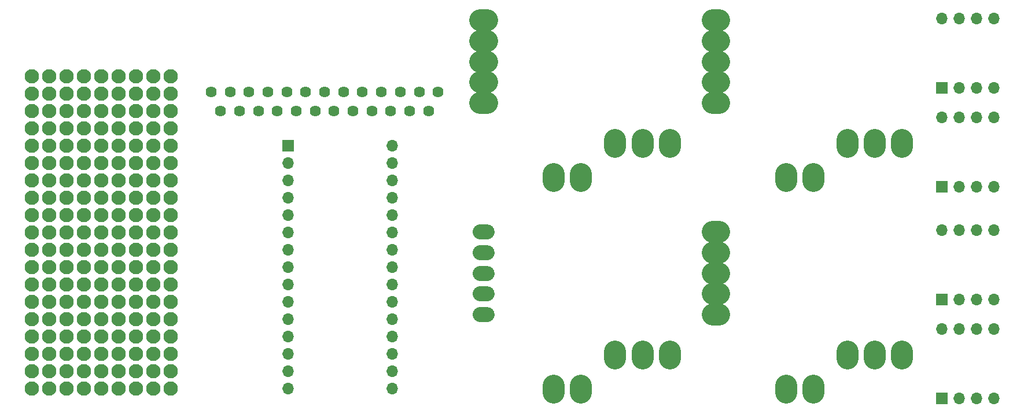
<source format=gbs>
%MOIN*%
%OFA0B0*%
%FSLAX46Y46*%
%IPPOS*%
%LPD*%
%ADD26C,0.086740000000000012*%
%ADD27C,0.12611*%
%ADD38C,0.086740000000000012*%
%ADD39C,0.12611*%
%ADD40C,0.086740000000000012*%
%ADD41C,0.12611*%
%ADD42C,0.086740000000000012*%
%ADD43C,0.12611*%
%ADD44C,0.063937007874015753*%
%ADD45O,0.066929133858267723X0.066929133858267723*%
%ADD46R,0.066929133858267723X0.066929133858267723*%
%ADD47O,0.066929133858267723X0.066929133858267723*%
%ADD48R,0.066929133858267723X0.066929133858267723*%
%ADD49O,0.066929133858267723X0.066929133858267723*%
%ADD50R,0.066929133858267723X0.066929133858267723*%
%ADD51O,0.066929133858267723X0.066929133858267723*%
%ADD52R,0.066929133858267723X0.066929133858267723*%
%ADD53O,0.066929133858267723X0.066929133858267723*%
%ADD54R,0.066929133858267723X0.066929133858267723*%
%ADD55C,0.082677165354330714*%
G90*
G54D26*
G01X0002684881Y0001003228D02*
G01X0002724251Y0001003228D01*
G01X0002684881Y0000883228D02*
G01X0002724251Y0000883228D01*
G01X0002684881Y0000763228D02*
G01X0002724251Y0000763228D01*
G01X0002684881Y0000648228D02*
G01X0002724251Y0000648228D01*
G01X0002684881Y0000528228D02*
G01X0002724251Y0000528228D01*
G54D27*
G01X0003108110Y0000117086D02*
G01X0003108110Y0000077716D01*
G01X0003265551Y0000117086D02*
G01X0003265551Y0000077716D01*
G01X0003777362Y0000313937D02*
G01X0003777362Y0000274566D01*
G01X0003619881Y0000313937D02*
G01X0003619881Y0000274566D01*
G01X0003462401Y0000313937D02*
G01X0003462401Y0000274566D01*
G04 next file*
G04 Layer: BottomSolderMaskLayer*
G04 EasyEDA v6.3.53, 2020-06-26T16:53:54--4:00*
G04 395d111042f2402990e7a52cfaf045f1,10*
G04 Gerber Generator version 0.2*
G04 Scale: 100 percent, Rotated: No, Reflected: No *
G04 Dimensions in millimeters *
G04 leading zeros omitted , absolute positions ,3 integer and 3 decimal *
G90*
G04 skipping 71
D38*
G01X0002684881Y0002223661D02*
G01X0002724251Y0002223661D01*
G01X0002684881Y0002103661D02*
G01X0002724251Y0002103661D01*
G01X0002684881Y0001983661D02*
G01X0002724251Y0001983661D01*
G01X0002684881Y0001868661D02*
G01X0002724251Y0001868661D01*
G01X0002684881Y0001748661D02*
G01X0002724251Y0001748661D01*
D39*
G01X0003108110Y0001337519D02*
G01X0003108110Y0001298149D01*
G01X0003265551Y0001337519D02*
G01X0003265551Y0001298149D01*
G01X0003777362Y0001534370D02*
G01X0003777362Y0001495000D01*
G01X0003619881Y0001534370D02*
G01X0003619881Y0001495000D01*
G01X0003462401Y0001534370D02*
G01X0003462401Y0001495000D01*
G04 next file*
G04 Layer: BottomSolderMaskLayer*
G04 EasyEDA v6.3.53, 2020-06-26T16:53:54--4:00*
G04 395d111042f2402990e7a52cfaf045f1,10*
G04 Gerber Generator version 0.2*
G04 Scale: 100 percent, Rotated: No, Reflected: No *
G04 Dimensions in millimeters *
G04 leading zeros omitted , absolute positions ,3 integer and 3 decimal *
G90*
G04 skipping 71
D40*
G01X0004023464Y0001003228D02*
G01X0004062834Y0001003228D01*
G01X0004023464Y0000883228D02*
G01X0004062834Y0000883228D01*
G01X0004023464Y0000763228D02*
G01X0004062834Y0000763228D01*
G01X0004023464Y0000648228D02*
G01X0004062834Y0000648228D01*
G01X0004023464Y0000528228D02*
G01X0004062834Y0000528228D01*
D41*
G01X0004446692Y0000117086D02*
G01X0004446692Y0000077716D01*
G01X0004604133Y0000117086D02*
G01X0004604133Y0000077716D01*
G01X0005115944Y0000313937D02*
G01X0005115944Y0000274566D01*
G01X0004958464Y0000313937D02*
G01X0004958464Y0000274566D01*
G01X0004800984Y0000313937D02*
G01X0004800984Y0000274566D01*
G04 next file*
G04 Layer: BottomSolderMaskLayer*
G04 EasyEDA v6.3.53, 2020-06-26T16:53:54--4:00*
G04 395d111042f2402990e7a52cfaf045f1,10*
G04 Gerber Generator version 0.2*
G04 Scale: 100 percent, Rotated: No, Reflected: No *
G04 Dimensions in millimeters *
G04 leading zeros omitted , absolute positions ,3 integer and 3 decimal *
G90*
G04 skipping 71
D42*
G01X0004023464Y0002223661D02*
G01X0004062834Y0002223661D01*
G01X0004023464Y0002103661D02*
G01X0004062834Y0002103661D01*
G01X0004023464Y0001983661D02*
G01X0004062834Y0001983661D01*
G01X0004023464Y0001868661D02*
G01X0004062834Y0001868661D01*
G01X0004023464Y0001748661D02*
G01X0004062834Y0001748661D01*
D43*
G01X0004446692Y0001337519D02*
G01X0004446692Y0001298149D01*
G01X0004604133Y0001337519D02*
G01X0004604133Y0001298149D01*
G01X0005115944Y0001534370D02*
G01X0005115944Y0001495000D01*
G01X0004958464Y0001534370D02*
G01X0004958464Y0001495000D01*
G01X0004800984Y0001534370D02*
G01X0004800984Y0001495000D01*
G04 next file*
G04 Gerber Fmt 4.6, Leading zero omitted, Abs format (unit mm)*
G04 Created by KiCad (PCBNEW (5.1.6)-1) date 2020-09-18 20:45:58*
G01*
G04 APERTURE LIST*
G04 APERTURE END LIST*
D44*
X-0003771259Y0004750000D02*
X0001134240Y0001812000D03*
X0001243240Y0001812000D03*
X0001352240Y0001812000D03*
X0001461240Y0001812000D03*
X0001570240Y0001812000D03*
X0001679240Y0001812000D03*
X0001788240Y0001812000D03*
X0001897240Y0001812000D03*
X0002006240Y0001812000D03*
X0002115240Y0001812000D03*
X0002224240Y0001812000D03*
X0002333240Y0001812000D03*
X0002442240Y0001812000D03*
X0001188740Y0001700000D03*
X0001297740Y0001700000D03*
X0001406740Y0001700000D03*
X0001515740Y0001700000D03*
X0001624740Y0001700000D03*
X0001733740Y0001700000D03*
X0001842740Y0001700000D03*
X0001951740Y0001700000D03*
X0002060740Y0001700000D03*
X0002169740Y0001700000D03*
X0002278740Y0001700000D03*
X0002387740Y0001700000D03*
D45*
X0002178740Y0000100000D03*
X0001578740Y0000100000D03*
X0002178740Y0001500000D03*
X0001578740Y0000200000D03*
X0002178740Y0001400000D03*
X0001578740Y0000300000D03*
X0002178740Y0001300000D03*
X0001578740Y0000400000D03*
X0002178740Y0001200000D03*
X0001578740Y0000500000D03*
X0002178740Y0001100000D03*
X0001578740Y0000600000D03*
X0002178740Y0001000000D03*
X0001578740Y0000700000D03*
X0002178740Y0000900000D03*
X0001578740Y0000800000D03*
X0002178740Y0000800000D03*
X0001578740Y0000900000D03*
X0002178740Y0000700000D03*
X0001578740Y0001000000D03*
X0002178740Y0000600000D03*
X0001578740Y0001100000D03*
X0002178740Y0000500000D03*
X0001578740Y0001200000D03*
X0002178740Y0000400000D03*
X0001578740Y0001300000D03*
X0002178740Y0000300000D03*
X0001578740Y0001400000D03*
X0002178740Y0000200000D03*
D46*
X0001578740Y0001500000D03*
G04 next file*
G04 Gerber Fmt 4.6, Leading zero omitted, Abs format (unit mm)*
G04 Created by KiCad (PCBNEW (5.1.6)-1) date 2020-09-18 13:03:01*
G01*
G04 APERTURE LIST*
G04 APERTURE END LIST*
D47*
X0002969645Y0001995000D02*
X0005344645Y0000445000D03*
X0005644645Y0000045000D03*
X0005444645Y0000445000D03*
X0005544645Y0000045000D03*
X0005544645Y0000445000D03*
X0005444645Y0000045000D03*
X0005644645Y0000445000D03*
D48*
X0005344645Y0000045000D03*
G04 next file*
G04 Gerber Fmt 4.6, Leading zero omitted, Abs format (unit mm)*
G04 Created by KiCad (PCBNEW (5.1.6)-1) date 2020-09-18 13:03:01*
G01*
G04 APERTURE LIST*
G04 APERTURE END LIST*
D49*
X0002969645Y0002563740D02*
X0005344645Y0001013740D03*
X0005644645Y0000613740D03*
X0005444645Y0001013740D03*
X0005544645Y0000613740D03*
X0005544645Y0001013740D03*
X0005444645Y0000613740D03*
X0005644645Y0001013740D03*
D50*
X0005344645Y0000613740D03*
G04 next file*
G04 Gerber Fmt 4.6, Leading zero omitted, Abs format (unit mm)*
G04 Created by KiCad (PCBNEW (5.1.6)-1) date 2020-09-18 13:03:01*
G01*
G04 APERTURE LIST*
G04 APERTURE END LIST*
D51*
X0002969645Y0003215432D02*
X0005344645Y0001665432D03*
X0005644645Y0001265432D03*
X0005444645Y0001665432D03*
X0005544645Y0001265432D03*
X0005544645Y0001665432D03*
X0005444645Y0001265432D03*
X0005644645Y0001665432D03*
D52*
X0005344645Y0001265432D03*
G04 next file*
G04 Gerber Fmt 4.6, Leading zero omitted, Abs format (unit mm)*
G04 Created by KiCad (PCBNEW (5.1.6)-1) date 2020-09-18 13:03:01*
G01*
G04 APERTURE LIST*
G04 APERTURE END LIST*
D53*
X0002969645Y0003784173D02*
X0005344645Y0002234173D03*
X0005644645Y0001834173D03*
X0005444645Y0002234173D03*
X0005544645Y0001834173D03*
X0005544645Y0002234173D03*
X0005444645Y0001834173D03*
X0005644645Y0002234173D03*
D54*
X0005344645Y0001834173D03*
G04 next file*
G04 Gerber Fmt 4.6, Leading zero omitted, Abs format (unit mm)*
G04 Created by KiCad (PCBNEW (5.1.6)-1) date 2020-09-18 16:39:39*
G01*
G04 APERTURE LIST*
G04 APERTURE END LIST*
D55*
X-0002600000Y0003500000D02*
X0000899999Y0000100000D03*
X0000799999Y0000100000D03*
X0000699999Y0000100000D03*
X0000599999Y0000100000D03*
X0000499999Y0000100000D03*
X0000399999Y0000100000D03*
X0000299999Y0000100000D03*
X0000199999Y0000100000D03*
X0000099999Y0000100000D03*
X0000899999Y0000200000D03*
X0000799999Y0000200000D03*
X0000699999Y0000200000D03*
X0000599999Y0000200000D03*
X0000499999Y0000200000D03*
X0000399999Y0000200000D03*
X0000299999Y0000200000D03*
X0000199999Y0000200000D03*
X0000099999Y0000200000D03*
X0000899999Y0000300000D03*
X0000799999Y0000300000D03*
X0000699999Y0000300000D03*
X0000599999Y0000300000D03*
X0000499999Y0000300000D03*
X0000399999Y0000300000D03*
X0000299999Y0000300000D03*
X0000199999Y0000300000D03*
X0000099999Y0000300000D03*
X0000899999Y0000400000D03*
X0000799999Y0000400000D03*
X0000699999Y0000400000D03*
X0000599999Y0000400000D03*
X0000499999Y0000400000D03*
X0000399999Y0000400000D03*
X0000299999Y0000400000D03*
X0000199999Y0000400000D03*
X0000099999Y0000400000D03*
X0000899999Y0000500000D03*
X0000799999Y0000500000D03*
X0000699999Y0000500000D03*
X0000599999Y0000500000D03*
X0000499999Y0000500000D03*
X0000399999Y0000500000D03*
X0000299999Y0000500000D03*
X0000199999Y0000500000D03*
X0000099999Y0000500000D03*
X0000899999Y0000600000D03*
X0000799999Y0000600000D03*
X0000699999Y0000600000D03*
X0000599999Y0000600000D03*
X0000499999Y0000600000D03*
X0000399999Y0000600000D03*
X0000299999Y0000600000D03*
X0000199999Y0000600000D03*
X0000099999Y0000600000D03*
X0000899999Y0000700000D03*
X0000799999Y0000700000D03*
X0000699999Y0000700000D03*
X0000599999Y0000700000D03*
X0000499999Y0000700000D03*
X0000399999Y0000700000D03*
X0000299999Y0000700000D03*
X0000199999Y0000700000D03*
X0000099999Y0000700000D03*
X0000899999Y0000800000D03*
X0000799999Y0000800000D03*
X0000699999Y0000800000D03*
X0000599999Y0000800000D03*
X0000499999Y0000800000D03*
X0000399999Y0000800000D03*
X0000299999Y0000800000D03*
X0000199999Y0000800000D03*
X0000099999Y0000800000D03*
X0000899999Y0000900000D03*
X0000799999Y0000900000D03*
X0000699999Y0000900000D03*
X0000599999Y0000900000D03*
X0000499999Y0000900000D03*
X0000399999Y0000900000D03*
X0000299999Y0000900000D03*
X0000199999Y0000900000D03*
X0000099999Y0000900000D03*
X0000899999Y0001000000D03*
X0000799999Y0001000000D03*
X0000699999Y0001000000D03*
X0000599999Y0001000000D03*
X0000499999Y0001000000D03*
X0000399999Y0001000000D03*
X0000299999Y0001000000D03*
X0000199999Y0001000000D03*
X0000099999Y0001000000D03*
X0000899999Y0001100000D03*
X0000799999Y0001100000D03*
X0000699999Y0001100000D03*
X0000599999Y0001100000D03*
X0000499999Y0001100000D03*
X0000399999Y0001100000D03*
X0000299999Y0001100000D03*
X0000199999Y0001100000D03*
X0000099999Y0001100000D03*
X0000899999Y0001200000D03*
X0000799999Y0001200000D03*
X0000699999Y0001200000D03*
X0000599999Y0001200000D03*
X0000499999Y0001200000D03*
X0000399999Y0001200000D03*
X0000299999Y0001200000D03*
X0000199999Y0001200000D03*
X0000099999Y0001200000D03*
X0000899999Y0001300000D03*
X0000799999Y0001300000D03*
X0000699999Y0001300000D03*
X0000599999Y0001300000D03*
X0000499999Y0001300000D03*
X0000399999Y0001300000D03*
X0000299999Y0001300000D03*
X0000199999Y0001300000D03*
X0000099999Y0001300000D03*
X0000899999Y0001400000D03*
X0000799999Y0001400000D03*
X0000699999Y0001400000D03*
X0000599999Y0001400000D03*
X0000499999Y0001400000D03*
X0000399999Y0001400000D03*
X0000299999Y0001400000D03*
X0000199999Y0001400000D03*
X0000099999Y0001400000D03*
X0000899999Y0001500000D03*
X0000799999Y0001500000D03*
X0000699999Y0001500000D03*
X0000599999Y0001500000D03*
X0000499999Y0001500000D03*
X0000399999Y0001500000D03*
X0000299999Y0001500000D03*
X0000199999Y0001500000D03*
X0000099999Y0001500000D03*
X0000899999Y0001600000D03*
X0000799999Y0001600000D03*
X0000699999Y0001600000D03*
X0000599999Y0001600000D03*
X0000499999Y0001600000D03*
X0000399999Y0001600000D03*
X0000299999Y0001600000D03*
X0000199999Y0001600000D03*
X0000099999Y0001600000D03*
X0000899999Y0001700000D03*
X0000799999Y0001700000D03*
X0000699999Y0001700000D03*
X0000599999Y0001700000D03*
X0000499999Y0001700000D03*
X0000399999Y0001700000D03*
X0000299999Y0001700000D03*
X0000199999Y0001700000D03*
X0000099999Y0001700000D03*
X0000899999Y0001800000D03*
X0000799999Y0001800000D03*
X0000699999Y0001800000D03*
X0000599999Y0001800000D03*
X0000499999Y0001800000D03*
X0000399999Y0001800000D03*
X0000299999Y0001800000D03*
X0000199999Y0001800000D03*
X0000099999Y0001800000D03*
X0000899999Y0001900000D03*
X0000799999Y0001900000D03*
X0000699999Y0001900000D03*
X0000599999Y0001900000D03*
X0000499999Y0001900000D03*
X0000399999Y0001900000D03*
X0000299999Y0001900000D03*
X0000199999Y0001900000D03*
X0000099999Y0001900000D03*
M02*
</source>
